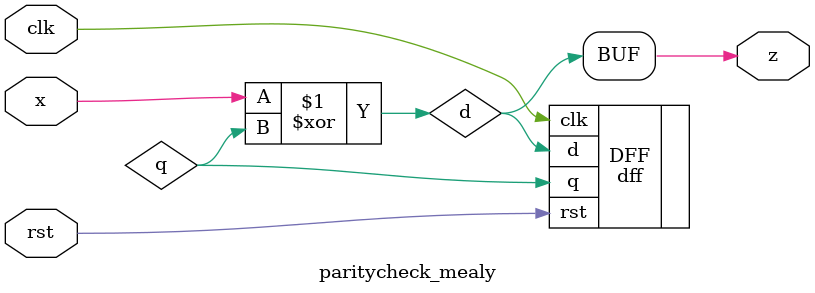
<source format=sv>
`include "dff.v"

`timescale 1ns / 1ps

module paritycheck_mealy (
	input		clk,
	input		rst,
	input 	x,
	output	z
	);
	
	wire		d, q;
	
	xor (d, x, q);
	
	assign z = d;

	dff DFF (
		.clk(clk),
		.rst(rst),
		.d(d),
		.q(q)
	);

endmodule

</source>
